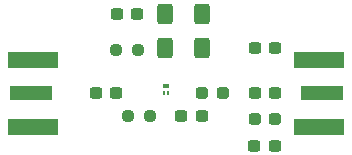
<source format=gbr>
%TF.GenerationSoftware,KiCad,Pcbnew,8.0.5-8.0.5-0~ubuntu22.04.1*%
%TF.CreationDate,2025-01-07T12:52:55-03:00*%
%TF.ProjectId,tx_amplifier,74785f61-6d70-46c6-9966-6965722e6b69,v1.0*%
%TF.SameCoordinates,Original*%
%TF.FileFunction,Paste,Top*%
%TF.FilePolarity,Positive*%
%FSLAX46Y46*%
G04 Gerber Fmt 4.6, Leading zero omitted, Abs format (unit mm)*
G04 Created by KiCad (PCBNEW 8.0.5-8.0.5-0~ubuntu22.04.1) date 2025-01-07 12:52:55*
%MOMM*%
%LPD*%
G01*
G04 APERTURE LIST*
G04 Aperture macros list*
%AMRoundRect*
0 Rectangle with rounded corners*
0 $1 Rounding radius*
0 $2 $3 $4 $5 $6 $7 $8 $9 X,Y pos of 4 corners*
0 Add a 4 corners polygon primitive as box body*
4,1,4,$2,$3,$4,$5,$6,$7,$8,$9,$2,$3,0*
0 Add four circle primitives for the rounded corners*
1,1,$1+$1,$2,$3*
1,1,$1+$1,$4,$5*
1,1,$1+$1,$6,$7*
1,1,$1+$1,$8,$9*
0 Add four rect primitives between the rounded corners*
20,1,$1+$1,$2,$3,$4,$5,0*
20,1,$1+$1,$4,$5,$6,$7,0*
20,1,$1+$1,$6,$7,$8,$9,0*
20,1,$1+$1,$8,$9,$2,$3,0*%
G04 Aperture macros list end*
%ADD10RoundRect,0.237500X0.300000X0.237500X-0.300000X0.237500X-0.300000X-0.237500X0.300000X-0.237500X0*%
%ADD11RoundRect,0.250000X-0.400000X-0.625000X0.400000X-0.625000X0.400000X0.625000X-0.400000X0.625000X0*%
%ADD12RoundRect,0.237500X-0.300000X-0.237500X0.300000X-0.237500X0.300000X0.237500X-0.300000X0.237500X0*%
%ADD13RoundRect,0.237500X-0.287500X-0.237500X0.287500X-0.237500X0.287500X0.237500X-0.287500X0.237500X0*%
%ADD14R,3.600000X1.270000*%
%ADD15R,4.200000X1.350000*%
%ADD16RoundRect,0.237500X0.250000X0.237500X-0.250000X0.237500X-0.250000X-0.237500X0.250000X-0.237500X0*%
%ADD17RoundRect,0.237500X-0.250000X-0.237500X0.250000X-0.237500X0.250000X0.237500X-0.250000X0.237500X0*%
%ADD18RoundRect,0.250000X0.400000X0.625000X-0.400000X0.625000X-0.400000X-0.625000X0.400000X-0.625000X0*%
%ADD19R,0.225000X0.350000*%
%ADD20R,0.600000X0.450000*%
G04 APERTURE END LIST*
D10*
%TO.C,C2*%
X111606500Y-103124000D03*
X109881500Y-103124000D03*
%TD*%
D11*
%TO.C,R1*%
X113994000Y-103124000D03*
X117094000Y-103124000D03*
%TD*%
D12*
%TO.C,C6*%
X115369000Y-111760000D03*
X117094000Y-111760000D03*
%TD*%
D13*
%TO.C,L1*%
X117094000Y-109855000D03*
X118844000Y-109855000D03*
%TD*%
D14*
%TO.C,J2*%
X127254000Y-109855000D03*
D15*
X127054000Y-112680000D03*
X127054000Y-107030000D03*
%TD*%
D12*
%TO.C,C5*%
X121565500Y-109855000D03*
X123290500Y-109855000D03*
%TD*%
D16*
%TO.C,R4*%
X112672500Y-111760000D03*
X110847500Y-111760000D03*
%TD*%
D14*
%TO.C,J1*%
X102616000Y-109855000D03*
D15*
X102816000Y-107030000D03*
X102816000Y-112680000D03*
%TD*%
D12*
%TO.C,C1*%
X108104000Y-109855000D03*
X109829000Y-109855000D03*
%TD*%
D13*
%TO.C,L2*%
X121553000Y-112014000D03*
X123303000Y-112014000D03*
%TD*%
D17*
%TO.C,R2*%
X109831500Y-106172000D03*
X111656500Y-106172000D03*
%TD*%
D12*
%TO.C,C4*%
X121539000Y-114300000D03*
X123264000Y-114300000D03*
%TD*%
D10*
%TO.C,C3*%
X123290500Y-106045000D03*
X121565500Y-106045000D03*
%TD*%
D18*
%TO.C,R3*%
X117094000Y-106045000D03*
X113994000Y-106045000D03*
%TD*%
D19*
%TO.C,Q1*%
X113874100Y-109855000D03*
X114248600Y-109855000D03*
D20*
X114061600Y-109255000D03*
%TD*%
M02*

</source>
